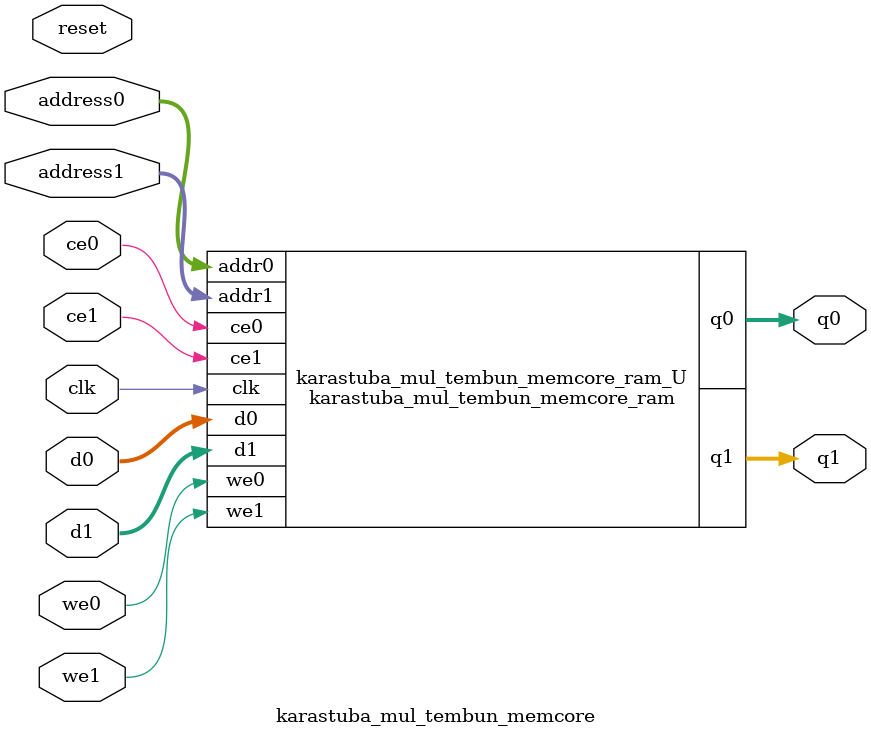
<source format=v>
`timescale 1 ns / 1 ps
module karastuba_mul_tembun_memcore_ram (addr0, ce0, d0, we0, q0, addr1, ce1, d1, we1, q1,  clk);

parameter DWIDTH = 32;
parameter AWIDTH = 8;
parameter MEM_SIZE = 256;

input[AWIDTH-1:0] addr0;
input ce0;
input[DWIDTH-1:0] d0;
input we0;
output reg[DWIDTH-1:0] q0;
input[AWIDTH-1:0] addr1;
input ce1;
input[DWIDTH-1:0] d1;
input we1;
output reg[DWIDTH-1:0] q1;
input clk;

(* ram_style = "block" *)reg [DWIDTH-1:0] ram[0:MEM_SIZE-1];




always @(posedge clk)  
begin 
    if (ce0) begin
        if (we0) 
            ram[addr0] <= d0; 
        q0 <= ram[addr0];
    end
end


always @(posedge clk)  
begin 
    if (ce1) begin
        if (we1) 
            ram[addr1] <= d1; 
        q1 <= ram[addr1];
    end
end


endmodule

`timescale 1 ns / 1 ps
module karastuba_mul_tembun_memcore(
    reset,
    clk,
    address0,
    ce0,
    we0,
    d0,
    q0,
    address1,
    ce1,
    we1,
    d1,
    q1);

parameter DataWidth = 32'd32;
parameter AddressRange = 32'd256;
parameter AddressWidth = 32'd8;
input reset;
input clk;
input[AddressWidth - 1:0] address0;
input ce0;
input we0;
input[DataWidth - 1:0] d0;
output[DataWidth - 1:0] q0;
input[AddressWidth - 1:0] address1;
input ce1;
input we1;
input[DataWidth - 1:0] d1;
output[DataWidth - 1:0] q1;



karastuba_mul_tembun_memcore_ram karastuba_mul_tembun_memcore_ram_U(
    .clk( clk ),
    .addr0( address0 ),
    .ce0( ce0 ),
    .we0( we0 ),
    .d0( d0 ),
    .q0( q0 ),
    .addr1( address1 ),
    .ce1( ce1 ),
    .we1( we1 ),
    .d1( d1 ),
    .q1( q1 ));

endmodule


</source>
